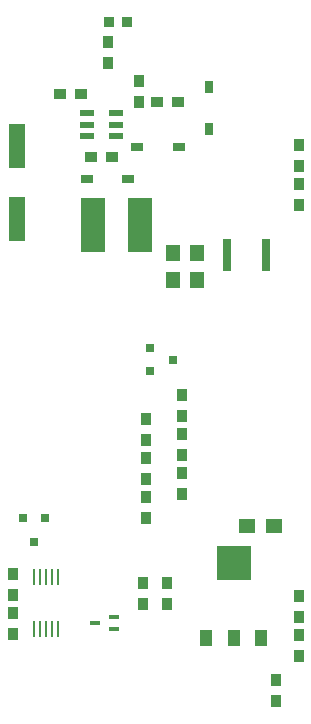
<source format=gbr>
G04 DesignSpark PCB PRO Gerber Version 10.0 Build 5299*
G04 #@! TF.Part,Single*
G04 #@! TF.FileFunction,Paste,Top*
G04 #@! TF.FilePolarity,Positive*
%FSLAX36Y36*%
%MOIN*%
G04 #@! TA.AperFunction,SMDPad,CuDef*
%ADD141R,0.01063X0.05394*%
%ADD102R,0.02835X0.04213*%
%ADD146R,0.03118X0.10717*%
%ADD105R,0.03543X0.03898*%
%ADD147R,0.04252X0.05827*%
%ADD100R,0.04950X0.05450*%
%ADD143R,0.05669X0.15118*%
%ADD145R,0.07972X0.18012*%
%ADD148R,0.11693X0.11693*%
%ADD109R,0.03012X0.03012*%
%ADD110R,0.03366X0.03366*%
%ADD150R,0.03386X0.01417*%
%ADD142R,0.04685X0.02126*%
%ADD144R,0.04213X0.02835*%
%ADD103R,0.03898X0.03543*%
%ADD149R,0.05450X0.04950*%
G04 #@! TD.AperFunction*
X0Y0D02*
D02*
D100*
X917323Y1781772D03*
Y1871772D03*
X996063Y1781772D03*
Y1871772D03*
D02*
D102*
X1035433Y2285433D03*
Y2423228D03*
D02*
D103*
X539803Y2401575D03*
X609803D03*
X642165Y2192913D03*
X712165D03*
X862638Y2374016D03*
X932638D03*
D02*
D105*
X381890Y602795D03*
Y672795D03*
Y732717D03*
Y802717D03*
X700787Y2504370D03*
Y2574370D03*
X803150Y2374449D03*
Y2444449D03*
X814961Y701220D03*
Y771220D03*
X826772Y988622D03*
Y1058622D03*
Y1118543D03*
Y1188543D03*
Y1248465D03*
Y1318465D03*
X897638Y701220D03*
Y771220D03*
X944882Y1067362D03*
Y1137362D03*
Y1197283D03*
Y1267283D03*
Y1327205D03*
Y1397205D03*
X1259843Y378386D03*
Y448386D03*
X1334646Y527992D03*
Y597992D03*
Y657913D03*
Y727913D03*
Y2031929D03*
Y2101929D03*
Y2161850D03*
Y2231850D03*
D02*
D109*
X415354Y988189D03*
X452756Y909449D03*
X490157Y988189D03*
X838583Y1478346D03*
Y1553150D03*
X917323Y1515748D03*
D02*
D110*
X702756Y2641732D03*
X761811D03*
D02*
D141*
X452756Y618110D03*
Y791339D03*
X472441Y618110D03*
Y791339D03*
X492126Y618110D03*
Y791339D03*
X511811Y618110D03*
Y791339D03*
X531496Y618110D03*
Y791339D03*
D02*
D142*
X627953Y2261811D03*
Y2299213D03*
Y2336614D03*
X726378Y2261811D03*
Y2299213D03*
Y2336614D03*
D02*
D143*
X397638Y1984252D03*
Y2228346D03*
D02*
D144*
X627953Y2118110D03*
X765748D03*
X797244Y2224409D03*
X935039D03*
D02*
D145*
X649606Y1964567D03*
X807087D03*
D02*
D146*
X1097047Y1866142D03*
X1225787D03*
D02*
D147*
X1027724Y586835D03*
X1118276D03*
X1208827D03*
D02*
D148*
X1118276Y838803D03*
D02*
D149*
X1163661Y960630D03*
X1253661D03*
D02*
D150*
X657480Y637795D03*
X720472Y618110D03*
Y657480D03*
X0Y0D02*
M02*

</source>
